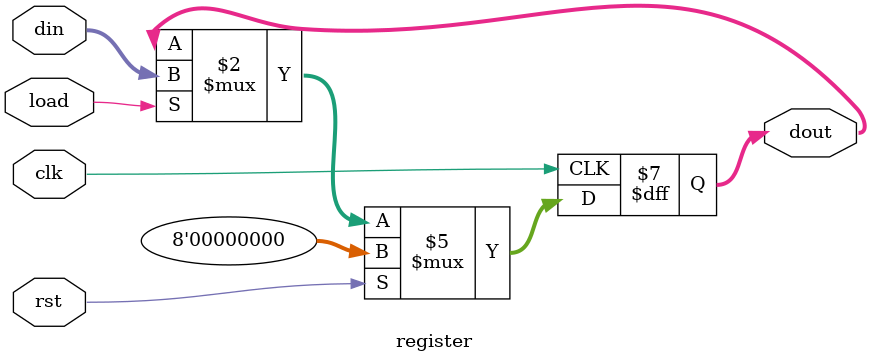
<source format=sv>
module register #(
  parameter WIDTH = 8
) (
  input  logic             load,
  input  logic             rst,
  input  logic             clk,
  input  logic [WIDTH-1:0] din,
  output logic [WIDTH-1:0] dout
);
  //Signal definition

  //Behaviour
  always_ff @(posedge clk) begin
    if (rst) begin
      dout <= {WIDTH{1'b0}};
    end else if (load) begin
      dout <= din;
    end
  end
endmodule

</source>
